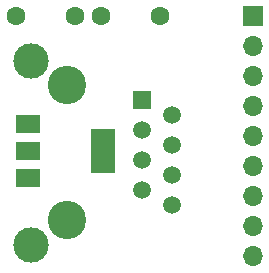
<source format=gbs>
G04 #@! TF.GenerationSoftware,KiCad,Pcbnew,7.0.1*
G04 #@! TF.CreationDate,2023-07-05T13:49:47-05:00*
G04 #@! TF.ProjectId,pn5180 cat5 connector with linear regulator,706e3531-3830-4206-9361-743520636f6e,rev?*
G04 #@! TF.SameCoordinates,Original*
G04 #@! TF.FileFunction,Soldermask,Bot*
G04 #@! TF.FilePolarity,Negative*
%FSLAX46Y46*%
G04 Gerber Fmt 4.6, Leading zero omitted, Abs format (unit mm)*
G04 Created by KiCad (PCBNEW 7.0.1) date 2023-07-05 13:49:47*
%MOMM*%
%LPD*%
G01*
G04 APERTURE LIST*
%ADD10C,1.600000*%
%ADD11C,3.250000*%
%ADD12R,1.500000X1.500000*%
%ADD13C,1.500000*%
%ADD14C,3.000000*%
%ADD15R,1.700000X1.700000*%
%ADD16O,1.700000X1.700000*%
%ADD17R,2.000000X1.500000*%
%ADD18R,2.000000X3.800000*%
G04 APERTURE END LIST*
D10*
X135255000Y-78867000D03*
X140255000Y-78867000D03*
X147454000Y-78867000D03*
X142454000Y-78867000D03*
D11*
X139573000Y-84709000D03*
X139573000Y-96139000D03*
D12*
X145923000Y-85979000D03*
D13*
X148463000Y-87249000D03*
X145923000Y-88519000D03*
X148463000Y-89789000D03*
X145923000Y-91059000D03*
X148463000Y-92329000D03*
X145923000Y-93599000D03*
X148463000Y-94869000D03*
D14*
X136523000Y-82654000D03*
X136523000Y-98194000D03*
D15*
X155346000Y-78877000D03*
D16*
X155346000Y-81417000D03*
X155346000Y-83957000D03*
X155346000Y-86497000D03*
X155346000Y-89037000D03*
X155346000Y-91577000D03*
X155346000Y-94117000D03*
X155346000Y-96657000D03*
X155346000Y-99197000D03*
D17*
X136296000Y-92597000D03*
X136296000Y-90297000D03*
D18*
X142596000Y-90297000D03*
D17*
X136296000Y-87997000D03*
M02*

</source>
